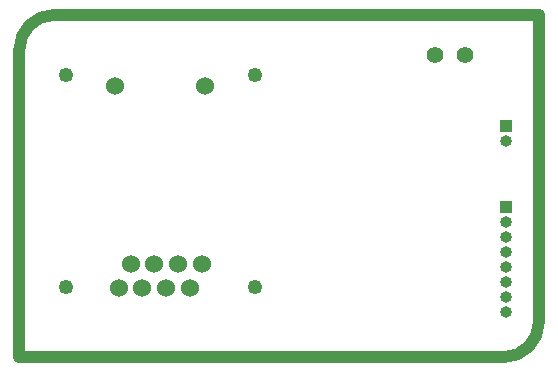
<source format=gbr>
%TF.GenerationSoftware,KiCad,Pcbnew,(6.0.5-0)*%
%TF.CreationDate,2022-09-30T17:34:08+08:00*%
%TF.ProjectId,breakout,62726561-6b6f-4757-942e-6b696361645f,rev?*%
%TF.SameCoordinates,Original*%
%TF.FileFunction,Soldermask,Bot*%
%TF.FilePolarity,Negative*%
%FSLAX46Y46*%
G04 Gerber Fmt 4.6, Leading zero omitted, Abs format (unit mm)*
G04 Created by KiCad (PCBNEW (6.0.5-0)) date 2022-09-30 17:34:08*
%MOMM*%
%LPD*%
G01*
G04 APERTURE LIST*
%ADD10C,1.000000*%
%ADD11R,1.000000X1.000000*%
%ADD12O,1.000000X1.000000*%
%ADD13C,1.400000*%
%ADD14C,1.250000*%
%ADD15C,1.524000*%
G04 APERTURE END LIST*
D10*
X27000000Y-14000000D02*
X-14000000Y-14000000D01*
X27000000Y-14000000D02*
G75*
G03*
X30000000Y-11000000I0J3000000D01*
G01*
X-11000000Y15000000D02*
G75*
G03*
X-14000000Y12000000I1J-3000001D01*
G01*
X-14000000Y-14000000D02*
X-14000000Y12000000D01*
X30000000Y15000000D02*
X30000000Y-11000000D01*
X-11000000Y15000000D02*
X30000000Y15000000D01*
D11*
%TO.C,J2*%
X27200000Y5600000D03*
D12*
X27200000Y4330000D03*
%TD*%
D13*
%TO.C,TP1*%
X21200000Y11600000D03*
X23740000Y11600000D03*
%TD*%
D11*
%TO.C,J1*%
X27200000Y-1300000D03*
D12*
X27200000Y-2570000D03*
X27200000Y-3840000D03*
X27200000Y-5110000D03*
X27200000Y-6380000D03*
X27200000Y-7650000D03*
X27200000Y-8920000D03*
X27200000Y-10190000D03*
%TD*%
D14*
%TO.C,O1*%
X-10064061Y9928148D03*
X5935939Y9928148D03*
X5935939Y-8071852D03*
X-10064061Y-8071852D03*
D15*
X-5874061Y8928148D03*
X1745939Y8928148D03*
X-5564061Y-8121852D03*
X-4564061Y-6121852D03*
X-3564061Y-8121852D03*
X-2564061Y-6121852D03*
X-1564061Y-8121852D03*
X-564061Y-6121852D03*
X435939Y-8121852D03*
X1435939Y-6121852D03*
%TD*%
M02*

</source>
